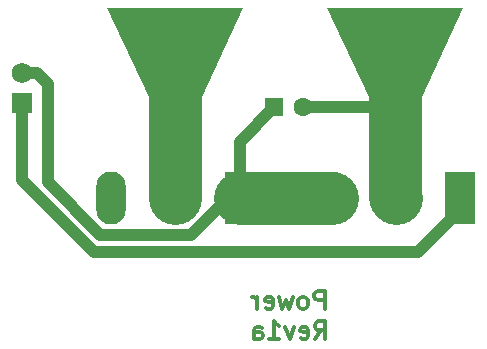
<source format=gbr>
G04 #@! TF.FileFunction,Copper,L2,Bot,Signal*
%FSLAX46Y46*%
G04 Gerber Fmt 4.6, Leading zero omitted, Abs format (unit mm)*
G04 Created by KiCad (PCBNEW 4.0.6) date 08/17/17 15:10:42*
%MOMM*%
%LPD*%
G01*
G04 APERTURE LIST*
%ADD10C,0.100000*%
%ADD11C,0.300000*%
%ADD12R,1.750000X1.750000*%
%ADD13C,1.750000*%
%ADD14R,1.600000X1.600000*%
%ADD15C,1.600000*%
%ADD16R,2.500000X4.500000*%
%ADD17O,2.500000X4.500000*%
%ADD18C,1.000000*%
%ADD19C,4.500000*%
G04 APERTURE END LIST*
D10*
D11*
X30544285Y6386429D02*
X30544285Y7886429D01*
X29972857Y7886429D01*
X29829999Y7815000D01*
X29758571Y7743571D01*
X29687142Y7600714D01*
X29687142Y7386429D01*
X29758571Y7243571D01*
X29829999Y7172143D01*
X29972857Y7100714D01*
X30544285Y7100714D01*
X28829999Y6386429D02*
X28972857Y6457857D01*
X29044285Y6529286D01*
X29115714Y6672143D01*
X29115714Y7100714D01*
X29044285Y7243571D01*
X28972857Y7315000D01*
X28829999Y7386429D01*
X28615714Y7386429D01*
X28472857Y7315000D01*
X28401428Y7243571D01*
X28329999Y7100714D01*
X28329999Y6672143D01*
X28401428Y6529286D01*
X28472857Y6457857D01*
X28615714Y6386429D01*
X28829999Y6386429D01*
X27829999Y7386429D02*
X27544285Y6386429D01*
X27258571Y7100714D01*
X26972856Y6386429D01*
X26687142Y7386429D01*
X25544285Y6457857D02*
X25687142Y6386429D01*
X25972856Y6386429D01*
X26115713Y6457857D01*
X26187142Y6600714D01*
X26187142Y7172143D01*
X26115713Y7315000D01*
X25972856Y7386429D01*
X25687142Y7386429D01*
X25544285Y7315000D01*
X25472856Y7172143D01*
X25472856Y7029286D01*
X26187142Y6886429D01*
X24829999Y6386429D02*
X24829999Y7386429D01*
X24829999Y7100714D02*
X24758571Y7243571D01*
X24687142Y7315000D01*
X24544285Y7386429D01*
X24401428Y7386429D01*
X29722856Y3836429D02*
X30222856Y4550714D01*
X30579999Y3836429D02*
X30579999Y5336429D01*
X30008571Y5336429D01*
X29865713Y5265000D01*
X29794285Y5193571D01*
X29722856Y5050714D01*
X29722856Y4836429D01*
X29794285Y4693571D01*
X29865713Y4622143D01*
X30008571Y4550714D01*
X30579999Y4550714D01*
X28508571Y3907857D02*
X28651428Y3836429D01*
X28937142Y3836429D01*
X29079999Y3907857D01*
X29151428Y4050714D01*
X29151428Y4622143D01*
X29079999Y4765000D01*
X28937142Y4836429D01*
X28651428Y4836429D01*
X28508571Y4765000D01*
X28437142Y4622143D01*
X28437142Y4479286D01*
X29151428Y4336429D01*
X27937142Y4836429D02*
X27579999Y3836429D01*
X27222857Y4836429D01*
X25865714Y3836429D02*
X26722857Y3836429D01*
X26294285Y3836429D02*
X26294285Y5336429D01*
X26437142Y5122143D01*
X26580000Y4979286D01*
X26722857Y4907857D01*
X24580000Y3836429D02*
X24580000Y4622143D01*
X24651429Y4765000D01*
X24794286Y4836429D01*
X25080000Y4836429D01*
X25222857Y4765000D01*
X24580000Y3907857D02*
X24722857Y3836429D01*
X25080000Y3836429D01*
X25222857Y3907857D01*
X25294286Y4050714D01*
X25294286Y4193571D01*
X25222857Y4336429D01*
X25080000Y4407857D01*
X24722857Y4407857D01*
X24580000Y4479286D01*
D12*
X4920000Y23840000D03*
D13*
X4920000Y26340000D03*
D14*
X26250000Y23440000D03*
D15*
X28750000Y23440000D03*
D10*
G36*
X23660000Y31830000D02*
X20160000Y24330000D01*
X15660000Y24330000D01*
X12160000Y31830000D01*
X23660000Y31830000D01*
X23660000Y31830000D01*
G37*
D16*
X23356000Y15780000D03*
D17*
X17906000Y15780000D03*
X12456000Y15780000D03*
D16*
X42040000Y15780000D03*
D17*
X36590000Y15780000D03*
X31140000Y15780000D03*
D10*
G36*
X42280000Y31830000D02*
X38780000Y24330000D01*
X34280000Y24330000D01*
X30780000Y31830000D01*
X42280000Y31830000D01*
X42280000Y31830000D01*
G37*
D18*
X23356000Y15780000D02*
X22360786Y15780000D01*
X22360786Y15780000D02*
X19210778Y12629992D01*
X19210778Y12629992D02*
X16601222Y12629992D01*
X16601222Y12629992D02*
X16601220Y12629990D01*
X16601220Y12629990D02*
X11565437Y12629990D01*
X11565437Y12629990D02*
X7110657Y17084770D01*
X6157436Y26340000D02*
X4920000Y26340000D01*
X7110657Y17084770D02*
X7110657Y25386779D01*
X7110657Y25386779D02*
X6157436Y26340000D01*
X31140000Y15780000D02*
X31140000Y14780000D01*
X32185749Y15780000D02*
X31140000Y15780000D01*
X23356000Y15780000D02*
X23356000Y20546000D01*
X23356000Y20546000D02*
X26250000Y23440000D01*
D19*
X23356000Y15780000D02*
X31140000Y15780000D01*
D18*
X23350000Y15786000D02*
X23356000Y15780000D01*
D19*
X17910000Y29080000D02*
X17910000Y15784000D01*
X17910000Y15784000D02*
X17906000Y15780000D01*
X36470000Y23440000D02*
X36470000Y29020000D01*
X36470000Y29020000D02*
X36530000Y29080000D01*
X36530000Y23380000D02*
X36530000Y15840000D01*
D18*
X28750000Y23440000D02*
X36470000Y23440000D01*
X36470000Y23440000D02*
X36530000Y23380000D01*
D19*
X36530000Y15840000D02*
X36590000Y15780000D01*
D18*
X36590000Y14780000D02*
X36590000Y15780000D01*
X36520000Y15850000D02*
X36590000Y15780000D01*
X36960000Y16150000D02*
X36590000Y15780000D01*
X36590000Y16780000D02*
X36590000Y15780000D01*
X42040000Y15780000D02*
X42040000Y14780000D01*
X42040000Y14780000D02*
X38489981Y11229981D01*
X38489981Y11229981D02*
X16021318Y11229982D01*
X16021318Y11229982D02*
X16021315Y11229979D01*
X16021315Y11229979D02*
X10985533Y11229980D01*
X10985533Y11229980D02*
X4920000Y17295513D01*
X4920000Y17295513D02*
X4920000Y21965000D01*
X4920000Y21965000D02*
X4920000Y23840000D01*
X41930000Y15890000D02*
X42040000Y15780000D01*
M02*

</source>
